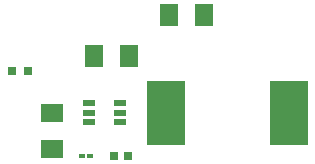
<source format=gbp>
G04 Layer_Color=16770453*
%FSLAX24Y24*%
%MOIN*%
G70*
G01*
G75*
%ADD10R,0.0591X0.0748*%
%ADD11R,0.0295X0.0295*%
%ADD12R,0.0748X0.0591*%
%ADD13R,0.0217X0.0177*%
%ADD48R,0.0433X0.0236*%
%ADD49R,0.1260X0.2126*%
%ADD50R,0.0315X0.0256*%
D10*
X33868Y31781D02*
D03*
X32687D02*
D03*
X35177Y33140D02*
D03*
X36358D02*
D03*
D11*
X30502Y31280D02*
D03*
X29951D02*
D03*
D12*
X31299Y29862D02*
D03*
Y28681D02*
D03*
D13*
X32274Y28425D02*
D03*
X32569D02*
D03*
D48*
X32520Y30187D02*
D03*
Y29872D02*
D03*
Y29557D02*
D03*
X33543D02*
D03*
Y29872D02*
D03*
Y30187D02*
D03*
D49*
X39183Y29882D02*
D03*
X35089D02*
D03*
D50*
X33819Y28425D02*
D03*
X33346D02*
D03*
M02*

</source>
